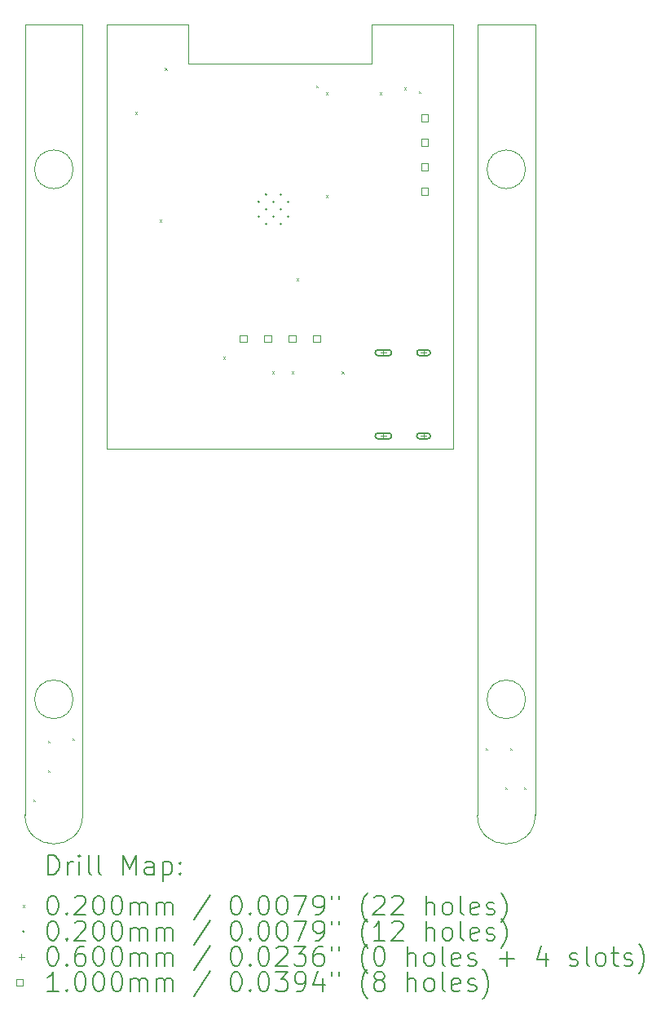
<source format=gbr>
%TF.GenerationSoftware,KiCad,Pcbnew,7.0.1-3b83917a11~172~ubuntu22.04.1*%
%TF.CreationDate,2023-04-17T14:07:02+02:00*%
%TF.ProjectId,AcousticDetection_HW,41636f75-7374-4696-9344-657465637469,rev?*%
%TF.SameCoordinates,Original*%
%TF.FileFunction,Drillmap*%
%TF.FilePolarity,Positive*%
%FSLAX45Y45*%
G04 Gerber Fmt 4.5, Leading zero omitted, Abs format (unit mm)*
G04 Created by KiCad (PCBNEW 7.0.1-3b83917a11~172~ubuntu22.04.1) date 2023-04-17 14:07:02*
%MOMM*%
%LPD*%
G01*
G04 APERTURE LIST*
%ADD10C,0.100000*%
%ADD11C,0.200000*%
%ADD12C,0.020000*%
%ADD13C,0.060000*%
G04 APERTURE END LIST*
D10*
X17076800Y-9836000D02*
X17076800Y-5436000D01*
X14326800Y-5436000D02*
X14326800Y-5836000D01*
X13476800Y-5436000D02*
X14326800Y-5436000D01*
X17326800Y-13636000D02*
X17326800Y-5436000D01*
X13226800Y-5436000D02*
X13226800Y-13636000D01*
X17326800Y-5436000D02*
X17926800Y-5436000D01*
X13126800Y-6936000D02*
G75*
G03*
X13126800Y-6936000I-200000J0D01*
G01*
X12626800Y-13636000D02*
X12626800Y-5436000D01*
X13126800Y-12436000D02*
G75*
G03*
X13126800Y-12436000I-200000J0D01*
G01*
X17326800Y-13636000D02*
G75*
G03*
X17926800Y-13636000I300000J0D01*
G01*
X16226800Y-5436000D02*
X17076800Y-5436000D01*
X13476800Y-5436000D02*
X13476800Y-9836000D01*
X16226800Y-5836000D02*
X16226800Y-5436000D01*
X17826800Y-6936000D02*
G75*
G03*
X17826800Y-6936000I-200000J0D01*
G01*
X13476800Y-9836000D02*
X17076800Y-9836000D01*
X17826800Y-12436000D02*
G75*
G03*
X17826800Y-12436000I-200000J0D01*
G01*
X12626800Y-5436000D02*
X13226800Y-5436000D01*
X14326800Y-5836000D02*
X16226800Y-5836000D01*
X12626800Y-13636000D02*
G75*
G03*
X13226800Y-13636000I300000J0D01*
G01*
X17926800Y-13636000D02*
X17926800Y-5436000D01*
D11*
D12*
X12712800Y-13474400D02*
X12732800Y-13494400D01*
X12732800Y-13474400D02*
X12712800Y-13494400D01*
X12865200Y-12864800D02*
X12885200Y-12884800D01*
X12885200Y-12864800D02*
X12865200Y-12884800D01*
X12865200Y-13169600D02*
X12885200Y-13189600D01*
X12885200Y-13169600D02*
X12865200Y-13189600D01*
X13119200Y-12839400D02*
X13139200Y-12859400D01*
X13139200Y-12839400D02*
X13119200Y-12859400D01*
X13771600Y-6340400D02*
X13791600Y-6360400D01*
X13791600Y-6340400D02*
X13771600Y-6360400D01*
X14025600Y-7458000D02*
X14045600Y-7478000D01*
X14045600Y-7458000D02*
X14025600Y-7478000D01*
X14079750Y-5883200D02*
X14099750Y-5903200D01*
X14099750Y-5883200D02*
X14079750Y-5903200D01*
X14686000Y-8880400D02*
X14706000Y-8900400D01*
X14706000Y-8880400D02*
X14686000Y-8900400D01*
X15194000Y-9032800D02*
X15214000Y-9052800D01*
X15214000Y-9032800D02*
X15194000Y-9052800D01*
X15397200Y-9032800D02*
X15417200Y-9052800D01*
X15417200Y-9032800D02*
X15397200Y-9052800D01*
X15448000Y-8067600D02*
X15468000Y-8087600D01*
X15468000Y-8067600D02*
X15448000Y-8087600D01*
X15651200Y-6064750D02*
X15671200Y-6084750D01*
X15671200Y-6064750D02*
X15651200Y-6084750D01*
X15752800Y-6137200D02*
X15772800Y-6157200D01*
X15772800Y-6137200D02*
X15752800Y-6157200D01*
X15752800Y-7204000D02*
X15772800Y-7224000D01*
X15772800Y-7204000D02*
X15752800Y-7224000D01*
X15918957Y-9032850D02*
X15938957Y-9052850D01*
X15938957Y-9032850D02*
X15918957Y-9052850D01*
X16311600Y-6137200D02*
X16331600Y-6157200D01*
X16331600Y-6137200D02*
X16311600Y-6157200D01*
X16565600Y-6086400D02*
X16585600Y-6106400D01*
X16585600Y-6086400D02*
X16565600Y-6106400D01*
X16718000Y-6125550D02*
X16738000Y-6145550D01*
X16738000Y-6125550D02*
X16718000Y-6145550D01*
X17414400Y-12944000D02*
X17434400Y-12964000D01*
X17434400Y-12944000D02*
X17414400Y-12964000D01*
X17617600Y-13350400D02*
X17637600Y-13370400D01*
X17637600Y-13350400D02*
X17617600Y-13370400D01*
X17668400Y-12944000D02*
X17688400Y-12964000D01*
X17688400Y-12944000D02*
X17668400Y-12964000D01*
X17809150Y-13350400D02*
X17829150Y-13370400D01*
X17829150Y-13350400D02*
X17809150Y-13370400D01*
X15065650Y-7272350D02*
G75*
G03*
X15065650Y-7272350I-10000J0D01*
G01*
X15065650Y-7424850D02*
G75*
G03*
X15065650Y-7424850I-10000J0D01*
G01*
X15141900Y-7196100D02*
G75*
G03*
X15141900Y-7196100I-10000J0D01*
G01*
X15141900Y-7348600D02*
G75*
G03*
X15141900Y-7348600I-10000J0D01*
G01*
X15141900Y-7501100D02*
G75*
G03*
X15141900Y-7501100I-10000J0D01*
G01*
X15218150Y-7272350D02*
G75*
G03*
X15218150Y-7272350I-10000J0D01*
G01*
X15218150Y-7424850D02*
G75*
G03*
X15218150Y-7424850I-10000J0D01*
G01*
X15294400Y-7196100D02*
G75*
G03*
X15294400Y-7196100I-10000J0D01*
G01*
X15294400Y-7348600D02*
G75*
G03*
X15294400Y-7348600I-10000J0D01*
G01*
X15294400Y-7501100D02*
G75*
G03*
X15294400Y-7501100I-10000J0D01*
G01*
X15370650Y-7272350D02*
G75*
G03*
X15370650Y-7272350I-10000J0D01*
G01*
X15370650Y-7424850D02*
G75*
G03*
X15370650Y-7424850I-10000J0D01*
G01*
D13*
X16350150Y-8809200D02*
X16350150Y-8869200D01*
X16320150Y-8839200D02*
X16380150Y-8839200D01*
D11*
X16295150Y-8869200D02*
X16405150Y-8869200D01*
X16405150Y-8869200D02*
G75*
G03*
X16405150Y-8809200I0J30000D01*
G01*
X16405150Y-8809200D02*
X16295150Y-8809200D01*
X16295150Y-8809200D02*
G75*
G03*
X16295150Y-8869200I0J-30000D01*
G01*
D13*
X16350150Y-9673200D02*
X16350150Y-9733200D01*
X16320150Y-9703200D02*
X16380150Y-9703200D01*
D11*
X16295150Y-9733200D02*
X16405150Y-9733200D01*
X16405150Y-9733200D02*
G75*
G03*
X16405150Y-9673200I0J30000D01*
G01*
X16405150Y-9673200D02*
X16295150Y-9673200D01*
X16295150Y-9673200D02*
G75*
G03*
X16295150Y-9733200I0J-30000D01*
G01*
D13*
X16768150Y-8809200D02*
X16768150Y-8869200D01*
X16738150Y-8839200D02*
X16798150Y-8839200D01*
D11*
X16728150Y-8869200D02*
X16808150Y-8869200D01*
X16808150Y-8869200D02*
G75*
G03*
X16808150Y-8809200I0J30000D01*
G01*
X16808150Y-8809200D02*
X16728150Y-8809200D01*
X16728150Y-8809200D02*
G75*
G03*
X16728150Y-8869200I0J-30000D01*
G01*
D13*
X16768150Y-9673200D02*
X16768150Y-9733200D01*
X16738150Y-9703200D02*
X16798150Y-9703200D01*
D11*
X16728150Y-9733200D02*
X16808150Y-9733200D01*
X16808150Y-9733200D02*
G75*
G03*
X16808150Y-9673200I0J30000D01*
G01*
X16808150Y-9673200D02*
X16728150Y-9673200D01*
X16728150Y-9673200D02*
G75*
G03*
X16728150Y-9733200I0J-30000D01*
G01*
D10*
X14931506Y-8728156D02*
X14931506Y-8657444D01*
X14860794Y-8657444D01*
X14860794Y-8728156D01*
X14931506Y-8728156D01*
X15185506Y-8728156D02*
X15185506Y-8657444D01*
X15114794Y-8657444D01*
X15114794Y-8728156D01*
X15185506Y-8728156D01*
X15439506Y-8728156D02*
X15439506Y-8657444D01*
X15368794Y-8657444D01*
X15368794Y-8728156D01*
X15439506Y-8728156D01*
X15693506Y-8728156D02*
X15693506Y-8657444D01*
X15622794Y-8657444D01*
X15622794Y-8728156D01*
X15693506Y-8728156D01*
X16814156Y-6436556D02*
X16814156Y-6365844D01*
X16743444Y-6365844D01*
X16743444Y-6436556D01*
X16814156Y-6436556D01*
X16814156Y-6690556D02*
X16814156Y-6619844D01*
X16743444Y-6619844D01*
X16743444Y-6690556D01*
X16814156Y-6690556D01*
X16814156Y-6944556D02*
X16814156Y-6873844D01*
X16743444Y-6873844D01*
X16743444Y-6944556D01*
X16814156Y-6944556D01*
X16814156Y-7198556D02*
X16814156Y-7127844D01*
X16743444Y-7127844D01*
X16743444Y-7198556D01*
X16814156Y-7198556D01*
D11*
X12869419Y-14253524D02*
X12869419Y-14053524D01*
X12869419Y-14053524D02*
X12917038Y-14053524D01*
X12917038Y-14053524D02*
X12945609Y-14063048D01*
X12945609Y-14063048D02*
X12964657Y-14082095D01*
X12964657Y-14082095D02*
X12974181Y-14101143D01*
X12974181Y-14101143D02*
X12983705Y-14139238D01*
X12983705Y-14139238D02*
X12983705Y-14167809D01*
X12983705Y-14167809D02*
X12974181Y-14205905D01*
X12974181Y-14205905D02*
X12964657Y-14224952D01*
X12964657Y-14224952D02*
X12945609Y-14244000D01*
X12945609Y-14244000D02*
X12917038Y-14253524D01*
X12917038Y-14253524D02*
X12869419Y-14253524D01*
X13069419Y-14253524D02*
X13069419Y-14120190D01*
X13069419Y-14158286D02*
X13078943Y-14139238D01*
X13078943Y-14139238D02*
X13088467Y-14129714D01*
X13088467Y-14129714D02*
X13107514Y-14120190D01*
X13107514Y-14120190D02*
X13126562Y-14120190D01*
X13193228Y-14253524D02*
X13193228Y-14120190D01*
X13193228Y-14053524D02*
X13183705Y-14063048D01*
X13183705Y-14063048D02*
X13193228Y-14072571D01*
X13193228Y-14072571D02*
X13202752Y-14063048D01*
X13202752Y-14063048D02*
X13193228Y-14053524D01*
X13193228Y-14053524D02*
X13193228Y-14072571D01*
X13317038Y-14253524D02*
X13297990Y-14244000D01*
X13297990Y-14244000D02*
X13288467Y-14224952D01*
X13288467Y-14224952D02*
X13288467Y-14053524D01*
X13421800Y-14253524D02*
X13402752Y-14244000D01*
X13402752Y-14244000D02*
X13393228Y-14224952D01*
X13393228Y-14224952D02*
X13393228Y-14053524D01*
X13650371Y-14253524D02*
X13650371Y-14053524D01*
X13650371Y-14053524D02*
X13717038Y-14196381D01*
X13717038Y-14196381D02*
X13783705Y-14053524D01*
X13783705Y-14053524D02*
X13783705Y-14253524D01*
X13964657Y-14253524D02*
X13964657Y-14148762D01*
X13964657Y-14148762D02*
X13955133Y-14129714D01*
X13955133Y-14129714D02*
X13936086Y-14120190D01*
X13936086Y-14120190D02*
X13897990Y-14120190D01*
X13897990Y-14120190D02*
X13878943Y-14129714D01*
X13964657Y-14244000D02*
X13945609Y-14253524D01*
X13945609Y-14253524D02*
X13897990Y-14253524D01*
X13897990Y-14253524D02*
X13878943Y-14244000D01*
X13878943Y-14244000D02*
X13869419Y-14224952D01*
X13869419Y-14224952D02*
X13869419Y-14205905D01*
X13869419Y-14205905D02*
X13878943Y-14186857D01*
X13878943Y-14186857D02*
X13897990Y-14177333D01*
X13897990Y-14177333D02*
X13945609Y-14177333D01*
X13945609Y-14177333D02*
X13964657Y-14167809D01*
X14059895Y-14120190D02*
X14059895Y-14320190D01*
X14059895Y-14129714D02*
X14078943Y-14120190D01*
X14078943Y-14120190D02*
X14117038Y-14120190D01*
X14117038Y-14120190D02*
X14136086Y-14129714D01*
X14136086Y-14129714D02*
X14145609Y-14139238D01*
X14145609Y-14139238D02*
X14155133Y-14158286D01*
X14155133Y-14158286D02*
X14155133Y-14215428D01*
X14155133Y-14215428D02*
X14145609Y-14234476D01*
X14145609Y-14234476D02*
X14136086Y-14244000D01*
X14136086Y-14244000D02*
X14117038Y-14253524D01*
X14117038Y-14253524D02*
X14078943Y-14253524D01*
X14078943Y-14253524D02*
X14059895Y-14244000D01*
X14240848Y-14234476D02*
X14250371Y-14244000D01*
X14250371Y-14244000D02*
X14240848Y-14253524D01*
X14240848Y-14253524D02*
X14231324Y-14244000D01*
X14231324Y-14244000D02*
X14240848Y-14234476D01*
X14240848Y-14234476D02*
X14240848Y-14253524D01*
X14240848Y-14129714D02*
X14250371Y-14139238D01*
X14250371Y-14139238D02*
X14240848Y-14148762D01*
X14240848Y-14148762D02*
X14231324Y-14139238D01*
X14231324Y-14139238D02*
X14240848Y-14129714D01*
X14240848Y-14129714D02*
X14240848Y-14148762D01*
D12*
X12601800Y-14571000D02*
X12621800Y-14591000D01*
X12621800Y-14571000D02*
X12601800Y-14591000D01*
D11*
X12907514Y-14473524D02*
X12926562Y-14473524D01*
X12926562Y-14473524D02*
X12945609Y-14483048D01*
X12945609Y-14483048D02*
X12955133Y-14492571D01*
X12955133Y-14492571D02*
X12964657Y-14511619D01*
X12964657Y-14511619D02*
X12974181Y-14549714D01*
X12974181Y-14549714D02*
X12974181Y-14597333D01*
X12974181Y-14597333D02*
X12964657Y-14635428D01*
X12964657Y-14635428D02*
X12955133Y-14654476D01*
X12955133Y-14654476D02*
X12945609Y-14664000D01*
X12945609Y-14664000D02*
X12926562Y-14673524D01*
X12926562Y-14673524D02*
X12907514Y-14673524D01*
X12907514Y-14673524D02*
X12888467Y-14664000D01*
X12888467Y-14664000D02*
X12878943Y-14654476D01*
X12878943Y-14654476D02*
X12869419Y-14635428D01*
X12869419Y-14635428D02*
X12859895Y-14597333D01*
X12859895Y-14597333D02*
X12859895Y-14549714D01*
X12859895Y-14549714D02*
X12869419Y-14511619D01*
X12869419Y-14511619D02*
X12878943Y-14492571D01*
X12878943Y-14492571D02*
X12888467Y-14483048D01*
X12888467Y-14483048D02*
X12907514Y-14473524D01*
X13059895Y-14654476D02*
X13069419Y-14664000D01*
X13069419Y-14664000D02*
X13059895Y-14673524D01*
X13059895Y-14673524D02*
X13050371Y-14664000D01*
X13050371Y-14664000D02*
X13059895Y-14654476D01*
X13059895Y-14654476D02*
X13059895Y-14673524D01*
X13145609Y-14492571D02*
X13155133Y-14483048D01*
X13155133Y-14483048D02*
X13174181Y-14473524D01*
X13174181Y-14473524D02*
X13221800Y-14473524D01*
X13221800Y-14473524D02*
X13240848Y-14483048D01*
X13240848Y-14483048D02*
X13250371Y-14492571D01*
X13250371Y-14492571D02*
X13259895Y-14511619D01*
X13259895Y-14511619D02*
X13259895Y-14530667D01*
X13259895Y-14530667D02*
X13250371Y-14559238D01*
X13250371Y-14559238D02*
X13136086Y-14673524D01*
X13136086Y-14673524D02*
X13259895Y-14673524D01*
X13383705Y-14473524D02*
X13402752Y-14473524D01*
X13402752Y-14473524D02*
X13421800Y-14483048D01*
X13421800Y-14483048D02*
X13431324Y-14492571D01*
X13431324Y-14492571D02*
X13440848Y-14511619D01*
X13440848Y-14511619D02*
X13450371Y-14549714D01*
X13450371Y-14549714D02*
X13450371Y-14597333D01*
X13450371Y-14597333D02*
X13440848Y-14635428D01*
X13440848Y-14635428D02*
X13431324Y-14654476D01*
X13431324Y-14654476D02*
X13421800Y-14664000D01*
X13421800Y-14664000D02*
X13402752Y-14673524D01*
X13402752Y-14673524D02*
X13383705Y-14673524D01*
X13383705Y-14673524D02*
X13364657Y-14664000D01*
X13364657Y-14664000D02*
X13355133Y-14654476D01*
X13355133Y-14654476D02*
X13345609Y-14635428D01*
X13345609Y-14635428D02*
X13336086Y-14597333D01*
X13336086Y-14597333D02*
X13336086Y-14549714D01*
X13336086Y-14549714D02*
X13345609Y-14511619D01*
X13345609Y-14511619D02*
X13355133Y-14492571D01*
X13355133Y-14492571D02*
X13364657Y-14483048D01*
X13364657Y-14483048D02*
X13383705Y-14473524D01*
X13574181Y-14473524D02*
X13593229Y-14473524D01*
X13593229Y-14473524D02*
X13612276Y-14483048D01*
X13612276Y-14483048D02*
X13621800Y-14492571D01*
X13621800Y-14492571D02*
X13631324Y-14511619D01*
X13631324Y-14511619D02*
X13640848Y-14549714D01*
X13640848Y-14549714D02*
X13640848Y-14597333D01*
X13640848Y-14597333D02*
X13631324Y-14635428D01*
X13631324Y-14635428D02*
X13621800Y-14654476D01*
X13621800Y-14654476D02*
X13612276Y-14664000D01*
X13612276Y-14664000D02*
X13593229Y-14673524D01*
X13593229Y-14673524D02*
X13574181Y-14673524D01*
X13574181Y-14673524D02*
X13555133Y-14664000D01*
X13555133Y-14664000D02*
X13545609Y-14654476D01*
X13545609Y-14654476D02*
X13536086Y-14635428D01*
X13536086Y-14635428D02*
X13526562Y-14597333D01*
X13526562Y-14597333D02*
X13526562Y-14549714D01*
X13526562Y-14549714D02*
X13536086Y-14511619D01*
X13536086Y-14511619D02*
X13545609Y-14492571D01*
X13545609Y-14492571D02*
X13555133Y-14483048D01*
X13555133Y-14483048D02*
X13574181Y-14473524D01*
X13726562Y-14673524D02*
X13726562Y-14540190D01*
X13726562Y-14559238D02*
X13736086Y-14549714D01*
X13736086Y-14549714D02*
X13755133Y-14540190D01*
X13755133Y-14540190D02*
X13783705Y-14540190D01*
X13783705Y-14540190D02*
X13802752Y-14549714D01*
X13802752Y-14549714D02*
X13812276Y-14568762D01*
X13812276Y-14568762D02*
X13812276Y-14673524D01*
X13812276Y-14568762D02*
X13821800Y-14549714D01*
X13821800Y-14549714D02*
X13840848Y-14540190D01*
X13840848Y-14540190D02*
X13869419Y-14540190D01*
X13869419Y-14540190D02*
X13888467Y-14549714D01*
X13888467Y-14549714D02*
X13897990Y-14568762D01*
X13897990Y-14568762D02*
X13897990Y-14673524D01*
X13993229Y-14673524D02*
X13993229Y-14540190D01*
X13993229Y-14559238D02*
X14002752Y-14549714D01*
X14002752Y-14549714D02*
X14021800Y-14540190D01*
X14021800Y-14540190D02*
X14050371Y-14540190D01*
X14050371Y-14540190D02*
X14069419Y-14549714D01*
X14069419Y-14549714D02*
X14078943Y-14568762D01*
X14078943Y-14568762D02*
X14078943Y-14673524D01*
X14078943Y-14568762D02*
X14088467Y-14549714D01*
X14088467Y-14549714D02*
X14107514Y-14540190D01*
X14107514Y-14540190D02*
X14136086Y-14540190D01*
X14136086Y-14540190D02*
X14155133Y-14549714D01*
X14155133Y-14549714D02*
X14164657Y-14568762D01*
X14164657Y-14568762D02*
X14164657Y-14673524D01*
X14555133Y-14464000D02*
X14383705Y-14721143D01*
X14812276Y-14473524D02*
X14831324Y-14473524D01*
X14831324Y-14473524D02*
X14850372Y-14483048D01*
X14850372Y-14483048D02*
X14859895Y-14492571D01*
X14859895Y-14492571D02*
X14869419Y-14511619D01*
X14869419Y-14511619D02*
X14878943Y-14549714D01*
X14878943Y-14549714D02*
X14878943Y-14597333D01*
X14878943Y-14597333D02*
X14869419Y-14635428D01*
X14869419Y-14635428D02*
X14859895Y-14654476D01*
X14859895Y-14654476D02*
X14850372Y-14664000D01*
X14850372Y-14664000D02*
X14831324Y-14673524D01*
X14831324Y-14673524D02*
X14812276Y-14673524D01*
X14812276Y-14673524D02*
X14793229Y-14664000D01*
X14793229Y-14664000D02*
X14783705Y-14654476D01*
X14783705Y-14654476D02*
X14774181Y-14635428D01*
X14774181Y-14635428D02*
X14764657Y-14597333D01*
X14764657Y-14597333D02*
X14764657Y-14549714D01*
X14764657Y-14549714D02*
X14774181Y-14511619D01*
X14774181Y-14511619D02*
X14783705Y-14492571D01*
X14783705Y-14492571D02*
X14793229Y-14483048D01*
X14793229Y-14483048D02*
X14812276Y-14473524D01*
X14964657Y-14654476D02*
X14974181Y-14664000D01*
X14974181Y-14664000D02*
X14964657Y-14673524D01*
X14964657Y-14673524D02*
X14955133Y-14664000D01*
X14955133Y-14664000D02*
X14964657Y-14654476D01*
X14964657Y-14654476D02*
X14964657Y-14673524D01*
X15097991Y-14473524D02*
X15117038Y-14473524D01*
X15117038Y-14473524D02*
X15136086Y-14483048D01*
X15136086Y-14483048D02*
X15145610Y-14492571D01*
X15145610Y-14492571D02*
X15155133Y-14511619D01*
X15155133Y-14511619D02*
X15164657Y-14549714D01*
X15164657Y-14549714D02*
X15164657Y-14597333D01*
X15164657Y-14597333D02*
X15155133Y-14635428D01*
X15155133Y-14635428D02*
X15145610Y-14654476D01*
X15145610Y-14654476D02*
X15136086Y-14664000D01*
X15136086Y-14664000D02*
X15117038Y-14673524D01*
X15117038Y-14673524D02*
X15097991Y-14673524D01*
X15097991Y-14673524D02*
X15078943Y-14664000D01*
X15078943Y-14664000D02*
X15069419Y-14654476D01*
X15069419Y-14654476D02*
X15059895Y-14635428D01*
X15059895Y-14635428D02*
X15050372Y-14597333D01*
X15050372Y-14597333D02*
X15050372Y-14549714D01*
X15050372Y-14549714D02*
X15059895Y-14511619D01*
X15059895Y-14511619D02*
X15069419Y-14492571D01*
X15069419Y-14492571D02*
X15078943Y-14483048D01*
X15078943Y-14483048D02*
X15097991Y-14473524D01*
X15288467Y-14473524D02*
X15307514Y-14473524D01*
X15307514Y-14473524D02*
X15326562Y-14483048D01*
X15326562Y-14483048D02*
X15336086Y-14492571D01*
X15336086Y-14492571D02*
X15345610Y-14511619D01*
X15345610Y-14511619D02*
X15355133Y-14549714D01*
X15355133Y-14549714D02*
X15355133Y-14597333D01*
X15355133Y-14597333D02*
X15345610Y-14635428D01*
X15345610Y-14635428D02*
X15336086Y-14654476D01*
X15336086Y-14654476D02*
X15326562Y-14664000D01*
X15326562Y-14664000D02*
X15307514Y-14673524D01*
X15307514Y-14673524D02*
X15288467Y-14673524D01*
X15288467Y-14673524D02*
X15269419Y-14664000D01*
X15269419Y-14664000D02*
X15259895Y-14654476D01*
X15259895Y-14654476D02*
X15250372Y-14635428D01*
X15250372Y-14635428D02*
X15240848Y-14597333D01*
X15240848Y-14597333D02*
X15240848Y-14549714D01*
X15240848Y-14549714D02*
X15250372Y-14511619D01*
X15250372Y-14511619D02*
X15259895Y-14492571D01*
X15259895Y-14492571D02*
X15269419Y-14483048D01*
X15269419Y-14483048D02*
X15288467Y-14473524D01*
X15421800Y-14473524D02*
X15555133Y-14473524D01*
X15555133Y-14473524D02*
X15469419Y-14673524D01*
X15640848Y-14673524D02*
X15678943Y-14673524D01*
X15678943Y-14673524D02*
X15697991Y-14664000D01*
X15697991Y-14664000D02*
X15707514Y-14654476D01*
X15707514Y-14654476D02*
X15726562Y-14625905D01*
X15726562Y-14625905D02*
X15736086Y-14587809D01*
X15736086Y-14587809D02*
X15736086Y-14511619D01*
X15736086Y-14511619D02*
X15726562Y-14492571D01*
X15726562Y-14492571D02*
X15717038Y-14483048D01*
X15717038Y-14483048D02*
X15697991Y-14473524D01*
X15697991Y-14473524D02*
X15659895Y-14473524D01*
X15659895Y-14473524D02*
X15640848Y-14483048D01*
X15640848Y-14483048D02*
X15631324Y-14492571D01*
X15631324Y-14492571D02*
X15621800Y-14511619D01*
X15621800Y-14511619D02*
X15621800Y-14559238D01*
X15621800Y-14559238D02*
X15631324Y-14578286D01*
X15631324Y-14578286D02*
X15640848Y-14587809D01*
X15640848Y-14587809D02*
X15659895Y-14597333D01*
X15659895Y-14597333D02*
X15697991Y-14597333D01*
X15697991Y-14597333D02*
X15717038Y-14587809D01*
X15717038Y-14587809D02*
X15726562Y-14578286D01*
X15726562Y-14578286D02*
X15736086Y-14559238D01*
X15812276Y-14473524D02*
X15812276Y-14511619D01*
X15888467Y-14473524D02*
X15888467Y-14511619D01*
X16183705Y-14749714D02*
X16174181Y-14740190D01*
X16174181Y-14740190D02*
X16155134Y-14711619D01*
X16155134Y-14711619D02*
X16145610Y-14692571D01*
X16145610Y-14692571D02*
X16136086Y-14664000D01*
X16136086Y-14664000D02*
X16126562Y-14616381D01*
X16126562Y-14616381D02*
X16126562Y-14578286D01*
X16126562Y-14578286D02*
X16136086Y-14530667D01*
X16136086Y-14530667D02*
X16145610Y-14502095D01*
X16145610Y-14502095D02*
X16155134Y-14483048D01*
X16155134Y-14483048D02*
X16174181Y-14454476D01*
X16174181Y-14454476D02*
X16183705Y-14444952D01*
X16250372Y-14492571D02*
X16259895Y-14483048D01*
X16259895Y-14483048D02*
X16278943Y-14473524D01*
X16278943Y-14473524D02*
X16326562Y-14473524D01*
X16326562Y-14473524D02*
X16345610Y-14483048D01*
X16345610Y-14483048D02*
X16355134Y-14492571D01*
X16355134Y-14492571D02*
X16364657Y-14511619D01*
X16364657Y-14511619D02*
X16364657Y-14530667D01*
X16364657Y-14530667D02*
X16355134Y-14559238D01*
X16355134Y-14559238D02*
X16240848Y-14673524D01*
X16240848Y-14673524D02*
X16364657Y-14673524D01*
X16440848Y-14492571D02*
X16450372Y-14483048D01*
X16450372Y-14483048D02*
X16469419Y-14473524D01*
X16469419Y-14473524D02*
X16517038Y-14473524D01*
X16517038Y-14473524D02*
X16536086Y-14483048D01*
X16536086Y-14483048D02*
X16545610Y-14492571D01*
X16545610Y-14492571D02*
X16555134Y-14511619D01*
X16555134Y-14511619D02*
X16555134Y-14530667D01*
X16555134Y-14530667D02*
X16545610Y-14559238D01*
X16545610Y-14559238D02*
X16431324Y-14673524D01*
X16431324Y-14673524D02*
X16555134Y-14673524D01*
X16793229Y-14673524D02*
X16793229Y-14473524D01*
X16878943Y-14673524D02*
X16878943Y-14568762D01*
X16878943Y-14568762D02*
X16869419Y-14549714D01*
X16869419Y-14549714D02*
X16850372Y-14540190D01*
X16850372Y-14540190D02*
X16821800Y-14540190D01*
X16821800Y-14540190D02*
X16802753Y-14549714D01*
X16802753Y-14549714D02*
X16793229Y-14559238D01*
X17002753Y-14673524D02*
X16983705Y-14664000D01*
X16983705Y-14664000D02*
X16974181Y-14654476D01*
X16974181Y-14654476D02*
X16964658Y-14635428D01*
X16964658Y-14635428D02*
X16964658Y-14578286D01*
X16964658Y-14578286D02*
X16974181Y-14559238D01*
X16974181Y-14559238D02*
X16983705Y-14549714D01*
X16983705Y-14549714D02*
X17002753Y-14540190D01*
X17002753Y-14540190D02*
X17031324Y-14540190D01*
X17031324Y-14540190D02*
X17050372Y-14549714D01*
X17050372Y-14549714D02*
X17059896Y-14559238D01*
X17059896Y-14559238D02*
X17069419Y-14578286D01*
X17069419Y-14578286D02*
X17069419Y-14635428D01*
X17069419Y-14635428D02*
X17059896Y-14654476D01*
X17059896Y-14654476D02*
X17050372Y-14664000D01*
X17050372Y-14664000D02*
X17031324Y-14673524D01*
X17031324Y-14673524D02*
X17002753Y-14673524D01*
X17183705Y-14673524D02*
X17164658Y-14664000D01*
X17164658Y-14664000D02*
X17155134Y-14644952D01*
X17155134Y-14644952D02*
X17155134Y-14473524D01*
X17336086Y-14664000D02*
X17317039Y-14673524D01*
X17317039Y-14673524D02*
X17278943Y-14673524D01*
X17278943Y-14673524D02*
X17259896Y-14664000D01*
X17259896Y-14664000D02*
X17250372Y-14644952D01*
X17250372Y-14644952D02*
X17250372Y-14568762D01*
X17250372Y-14568762D02*
X17259896Y-14549714D01*
X17259896Y-14549714D02*
X17278943Y-14540190D01*
X17278943Y-14540190D02*
X17317039Y-14540190D01*
X17317039Y-14540190D02*
X17336086Y-14549714D01*
X17336086Y-14549714D02*
X17345610Y-14568762D01*
X17345610Y-14568762D02*
X17345610Y-14587809D01*
X17345610Y-14587809D02*
X17250372Y-14606857D01*
X17421800Y-14664000D02*
X17440848Y-14673524D01*
X17440848Y-14673524D02*
X17478943Y-14673524D01*
X17478943Y-14673524D02*
X17497991Y-14664000D01*
X17497991Y-14664000D02*
X17507515Y-14644952D01*
X17507515Y-14644952D02*
X17507515Y-14635428D01*
X17507515Y-14635428D02*
X17497991Y-14616381D01*
X17497991Y-14616381D02*
X17478943Y-14606857D01*
X17478943Y-14606857D02*
X17450372Y-14606857D01*
X17450372Y-14606857D02*
X17431324Y-14597333D01*
X17431324Y-14597333D02*
X17421800Y-14578286D01*
X17421800Y-14578286D02*
X17421800Y-14568762D01*
X17421800Y-14568762D02*
X17431324Y-14549714D01*
X17431324Y-14549714D02*
X17450372Y-14540190D01*
X17450372Y-14540190D02*
X17478943Y-14540190D01*
X17478943Y-14540190D02*
X17497991Y-14549714D01*
X17574181Y-14749714D02*
X17583705Y-14740190D01*
X17583705Y-14740190D02*
X17602753Y-14711619D01*
X17602753Y-14711619D02*
X17612277Y-14692571D01*
X17612277Y-14692571D02*
X17621800Y-14664000D01*
X17621800Y-14664000D02*
X17631324Y-14616381D01*
X17631324Y-14616381D02*
X17631324Y-14578286D01*
X17631324Y-14578286D02*
X17621800Y-14530667D01*
X17621800Y-14530667D02*
X17612277Y-14502095D01*
X17612277Y-14502095D02*
X17602753Y-14483048D01*
X17602753Y-14483048D02*
X17583705Y-14454476D01*
X17583705Y-14454476D02*
X17574181Y-14444952D01*
D12*
X12621800Y-14845000D02*
G75*
G03*
X12621800Y-14845000I-10000J0D01*
G01*
D11*
X12907514Y-14737524D02*
X12926562Y-14737524D01*
X12926562Y-14737524D02*
X12945609Y-14747048D01*
X12945609Y-14747048D02*
X12955133Y-14756571D01*
X12955133Y-14756571D02*
X12964657Y-14775619D01*
X12964657Y-14775619D02*
X12974181Y-14813714D01*
X12974181Y-14813714D02*
X12974181Y-14861333D01*
X12974181Y-14861333D02*
X12964657Y-14899428D01*
X12964657Y-14899428D02*
X12955133Y-14918476D01*
X12955133Y-14918476D02*
X12945609Y-14928000D01*
X12945609Y-14928000D02*
X12926562Y-14937524D01*
X12926562Y-14937524D02*
X12907514Y-14937524D01*
X12907514Y-14937524D02*
X12888467Y-14928000D01*
X12888467Y-14928000D02*
X12878943Y-14918476D01*
X12878943Y-14918476D02*
X12869419Y-14899428D01*
X12869419Y-14899428D02*
X12859895Y-14861333D01*
X12859895Y-14861333D02*
X12859895Y-14813714D01*
X12859895Y-14813714D02*
X12869419Y-14775619D01*
X12869419Y-14775619D02*
X12878943Y-14756571D01*
X12878943Y-14756571D02*
X12888467Y-14747048D01*
X12888467Y-14747048D02*
X12907514Y-14737524D01*
X13059895Y-14918476D02*
X13069419Y-14928000D01*
X13069419Y-14928000D02*
X13059895Y-14937524D01*
X13059895Y-14937524D02*
X13050371Y-14928000D01*
X13050371Y-14928000D02*
X13059895Y-14918476D01*
X13059895Y-14918476D02*
X13059895Y-14937524D01*
X13145609Y-14756571D02*
X13155133Y-14747048D01*
X13155133Y-14747048D02*
X13174181Y-14737524D01*
X13174181Y-14737524D02*
X13221800Y-14737524D01*
X13221800Y-14737524D02*
X13240848Y-14747048D01*
X13240848Y-14747048D02*
X13250371Y-14756571D01*
X13250371Y-14756571D02*
X13259895Y-14775619D01*
X13259895Y-14775619D02*
X13259895Y-14794667D01*
X13259895Y-14794667D02*
X13250371Y-14823238D01*
X13250371Y-14823238D02*
X13136086Y-14937524D01*
X13136086Y-14937524D02*
X13259895Y-14937524D01*
X13383705Y-14737524D02*
X13402752Y-14737524D01*
X13402752Y-14737524D02*
X13421800Y-14747048D01*
X13421800Y-14747048D02*
X13431324Y-14756571D01*
X13431324Y-14756571D02*
X13440848Y-14775619D01*
X13440848Y-14775619D02*
X13450371Y-14813714D01*
X13450371Y-14813714D02*
X13450371Y-14861333D01*
X13450371Y-14861333D02*
X13440848Y-14899428D01*
X13440848Y-14899428D02*
X13431324Y-14918476D01*
X13431324Y-14918476D02*
X13421800Y-14928000D01*
X13421800Y-14928000D02*
X13402752Y-14937524D01*
X13402752Y-14937524D02*
X13383705Y-14937524D01*
X13383705Y-14937524D02*
X13364657Y-14928000D01*
X13364657Y-14928000D02*
X13355133Y-14918476D01*
X13355133Y-14918476D02*
X13345609Y-14899428D01*
X13345609Y-14899428D02*
X13336086Y-14861333D01*
X13336086Y-14861333D02*
X13336086Y-14813714D01*
X13336086Y-14813714D02*
X13345609Y-14775619D01*
X13345609Y-14775619D02*
X13355133Y-14756571D01*
X13355133Y-14756571D02*
X13364657Y-14747048D01*
X13364657Y-14747048D02*
X13383705Y-14737524D01*
X13574181Y-14737524D02*
X13593229Y-14737524D01*
X13593229Y-14737524D02*
X13612276Y-14747048D01*
X13612276Y-14747048D02*
X13621800Y-14756571D01*
X13621800Y-14756571D02*
X13631324Y-14775619D01*
X13631324Y-14775619D02*
X13640848Y-14813714D01*
X13640848Y-14813714D02*
X13640848Y-14861333D01*
X13640848Y-14861333D02*
X13631324Y-14899428D01*
X13631324Y-14899428D02*
X13621800Y-14918476D01*
X13621800Y-14918476D02*
X13612276Y-14928000D01*
X13612276Y-14928000D02*
X13593229Y-14937524D01*
X13593229Y-14937524D02*
X13574181Y-14937524D01*
X13574181Y-14937524D02*
X13555133Y-14928000D01*
X13555133Y-14928000D02*
X13545609Y-14918476D01*
X13545609Y-14918476D02*
X13536086Y-14899428D01*
X13536086Y-14899428D02*
X13526562Y-14861333D01*
X13526562Y-14861333D02*
X13526562Y-14813714D01*
X13526562Y-14813714D02*
X13536086Y-14775619D01*
X13536086Y-14775619D02*
X13545609Y-14756571D01*
X13545609Y-14756571D02*
X13555133Y-14747048D01*
X13555133Y-14747048D02*
X13574181Y-14737524D01*
X13726562Y-14937524D02*
X13726562Y-14804190D01*
X13726562Y-14823238D02*
X13736086Y-14813714D01*
X13736086Y-14813714D02*
X13755133Y-14804190D01*
X13755133Y-14804190D02*
X13783705Y-14804190D01*
X13783705Y-14804190D02*
X13802752Y-14813714D01*
X13802752Y-14813714D02*
X13812276Y-14832762D01*
X13812276Y-14832762D02*
X13812276Y-14937524D01*
X13812276Y-14832762D02*
X13821800Y-14813714D01*
X13821800Y-14813714D02*
X13840848Y-14804190D01*
X13840848Y-14804190D02*
X13869419Y-14804190D01*
X13869419Y-14804190D02*
X13888467Y-14813714D01*
X13888467Y-14813714D02*
X13897990Y-14832762D01*
X13897990Y-14832762D02*
X13897990Y-14937524D01*
X13993229Y-14937524D02*
X13993229Y-14804190D01*
X13993229Y-14823238D02*
X14002752Y-14813714D01*
X14002752Y-14813714D02*
X14021800Y-14804190D01*
X14021800Y-14804190D02*
X14050371Y-14804190D01*
X14050371Y-14804190D02*
X14069419Y-14813714D01*
X14069419Y-14813714D02*
X14078943Y-14832762D01*
X14078943Y-14832762D02*
X14078943Y-14937524D01*
X14078943Y-14832762D02*
X14088467Y-14813714D01*
X14088467Y-14813714D02*
X14107514Y-14804190D01*
X14107514Y-14804190D02*
X14136086Y-14804190D01*
X14136086Y-14804190D02*
X14155133Y-14813714D01*
X14155133Y-14813714D02*
X14164657Y-14832762D01*
X14164657Y-14832762D02*
X14164657Y-14937524D01*
X14555133Y-14728000D02*
X14383705Y-14985143D01*
X14812276Y-14737524D02*
X14831324Y-14737524D01*
X14831324Y-14737524D02*
X14850372Y-14747048D01*
X14850372Y-14747048D02*
X14859895Y-14756571D01*
X14859895Y-14756571D02*
X14869419Y-14775619D01*
X14869419Y-14775619D02*
X14878943Y-14813714D01*
X14878943Y-14813714D02*
X14878943Y-14861333D01*
X14878943Y-14861333D02*
X14869419Y-14899428D01*
X14869419Y-14899428D02*
X14859895Y-14918476D01*
X14859895Y-14918476D02*
X14850372Y-14928000D01*
X14850372Y-14928000D02*
X14831324Y-14937524D01*
X14831324Y-14937524D02*
X14812276Y-14937524D01*
X14812276Y-14937524D02*
X14793229Y-14928000D01*
X14793229Y-14928000D02*
X14783705Y-14918476D01*
X14783705Y-14918476D02*
X14774181Y-14899428D01*
X14774181Y-14899428D02*
X14764657Y-14861333D01*
X14764657Y-14861333D02*
X14764657Y-14813714D01*
X14764657Y-14813714D02*
X14774181Y-14775619D01*
X14774181Y-14775619D02*
X14783705Y-14756571D01*
X14783705Y-14756571D02*
X14793229Y-14747048D01*
X14793229Y-14747048D02*
X14812276Y-14737524D01*
X14964657Y-14918476D02*
X14974181Y-14928000D01*
X14974181Y-14928000D02*
X14964657Y-14937524D01*
X14964657Y-14937524D02*
X14955133Y-14928000D01*
X14955133Y-14928000D02*
X14964657Y-14918476D01*
X14964657Y-14918476D02*
X14964657Y-14937524D01*
X15097991Y-14737524D02*
X15117038Y-14737524D01*
X15117038Y-14737524D02*
X15136086Y-14747048D01*
X15136086Y-14747048D02*
X15145610Y-14756571D01*
X15145610Y-14756571D02*
X15155133Y-14775619D01*
X15155133Y-14775619D02*
X15164657Y-14813714D01*
X15164657Y-14813714D02*
X15164657Y-14861333D01*
X15164657Y-14861333D02*
X15155133Y-14899428D01*
X15155133Y-14899428D02*
X15145610Y-14918476D01*
X15145610Y-14918476D02*
X15136086Y-14928000D01*
X15136086Y-14928000D02*
X15117038Y-14937524D01*
X15117038Y-14937524D02*
X15097991Y-14937524D01*
X15097991Y-14937524D02*
X15078943Y-14928000D01*
X15078943Y-14928000D02*
X15069419Y-14918476D01*
X15069419Y-14918476D02*
X15059895Y-14899428D01*
X15059895Y-14899428D02*
X15050372Y-14861333D01*
X15050372Y-14861333D02*
X15050372Y-14813714D01*
X15050372Y-14813714D02*
X15059895Y-14775619D01*
X15059895Y-14775619D02*
X15069419Y-14756571D01*
X15069419Y-14756571D02*
X15078943Y-14747048D01*
X15078943Y-14747048D02*
X15097991Y-14737524D01*
X15288467Y-14737524D02*
X15307514Y-14737524D01*
X15307514Y-14737524D02*
X15326562Y-14747048D01*
X15326562Y-14747048D02*
X15336086Y-14756571D01*
X15336086Y-14756571D02*
X15345610Y-14775619D01*
X15345610Y-14775619D02*
X15355133Y-14813714D01*
X15355133Y-14813714D02*
X15355133Y-14861333D01*
X15355133Y-14861333D02*
X15345610Y-14899428D01*
X15345610Y-14899428D02*
X15336086Y-14918476D01*
X15336086Y-14918476D02*
X15326562Y-14928000D01*
X15326562Y-14928000D02*
X15307514Y-14937524D01*
X15307514Y-14937524D02*
X15288467Y-14937524D01*
X15288467Y-14937524D02*
X15269419Y-14928000D01*
X15269419Y-14928000D02*
X15259895Y-14918476D01*
X15259895Y-14918476D02*
X15250372Y-14899428D01*
X15250372Y-14899428D02*
X15240848Y-14861333D01*
X15240848Y-14861333D02*
X15240848Y-14813714D01*
X15240848Y-14813714D02*
X15250372Y-14775619D01*
X15250372Y-14775619D02*
X15259895Y-14756571D01*
X15259895Y-14756571D02*
X15269419Y-14747048D01*
X15269419Y-14747048D02*
X15288467Y-14737524D01*
X15421800Y-14737524D02*
X15555133Y-14737524D01*
X15555133Y-14737524D02*
X15469419Y-14937524D01*
X15640848Y-14937524D02*
X15678943Y-14937524D01*
X15678943Y-14937524D02*
X15697991Y-14928000D01*
X15697991Y-14928000D02*
X15707514Y-14918476D01*
X15707514Y-14918476D02*
X15726562Y-14889905D01*
X15726562Y-14889905D02*
X15736086Y-14851809D01*
X15736086Y-14851809D02*
X15736086Y-14775619D01*
X15736086Y-14775619D02*
X15726562Y-14756571D01*
X15726562Y-14756571D02*
X15717038Y-14747048D01*
X15717038Y-14747048D02*
X15697991Y-14737524D01*
X15697991Y-14737524D02*
X15659895Y-14737524D01*
X15659895Y-14737524D02*
X15640848Y-14747048D01*
X15640848Y-14747048D02*
X15631324Y-14756571D01*
X15631324Y-14756571D02*
X15621800Y-14775619D01*
X15621800Y-14775619D02*
X15621800Y-14823238D01*
X15621800Y-14823238D02*
X15631324Y-14842286D01*
X15631324Y-14842286D02*
X15640848Y-14851809D01*
X15640848Y-14851809D02*
X15659895Y-14861333D01*
X15659895Y-14861333D02*
X15697991Y-14861333D01*
X15697991Y-14861333D02*
X15717038Y-14851809D01*
X15717038Y-14851809D02*
X15726562Y-14842286D01*
X15726562Y-14842286D02*
X15736086Y-14823238D01*
X15812276Y-14737524D02*
X15812276Y-14775619D01*
X15888467Y-14737524D02*
X15888467Y-14775619D01*
X16183705Y-15013714D02*
X16174181Y-15004190D01*
X16174181Y-15004190D02*
X16155134Y-14975619D01*
X16155134Y-14975619D02*
X16145610Y-14956571D01*
X16145610Y-14956571D02*
X16136086Y-14928000D01*
X16136086Y-14928000D02*
X16126562Y-14880381D01*
X16126562Y-14880381D02*
X16126562Y-14842286D01*
X16126562Y-14842286D02*
X16136086Y-14794667D01*
X16136086Y-14794667D02*
X16145610Y-14766095D01*
X16145610Y-14766095D02*
X16155134Y-14747048D01*
X16155134Y-14747048D02*
X16174181Y-14718476D01*
X16174181Y-14718476D02*
X16183705Y-14708952D01*
X16364657Y-14937524D02*
X16250372Y-14937524D01*
X16307514Y-14937524D02*
X16307514Y-14737524D01*
X16307514Y-14737524D02*
X16288467Y-14766095D01*
X16288467Y-14766095D02*
X16269419Y-14785143D01*
X16269419Y-14785143D02*
X16250372Y-14794667D01*
X16440848Y-14756571D02*
X16450372Y-14747048D01*
X16450372Y-14747048D02*
X16469419Y-14737524D01*
X16469419Y-14737524D02*
X16517038Y-14737524D01*
X16517038Y-14737524D02*
X16536086Y-14747048D01*
X16536086Y-14747048D02*
X16545610Y-14756571D01*
X16545610Y-14756571D02*
X16555134Y-14775619D01*
X16555134Y-14775619D02*
X16555134Y-14794667D01*
X16555134Y-14794667D02*
X16545610Y-14823238D01*
X16545610Y-14823238D02*
X16431324Y-14937524D01*
X16431324Y-14937524D02*
X16555134Y-14937524D01*
X16793229Y-14937524D02*
X16793229Y-14737524D01*
X16878943Y-14937524D02*
X16878943Y-14832762D01*
X16878943Y-14832762D02*
X16869419Y-14813714D01*
X16869419Y-14813714D02*
X16850372Y-14804190D01*
X16850372Y-14804190D02*
X16821800Y-14804190D01*
X16821800Y-14804190D02*
X16802753Y-14813714D01*
X16802753Y-14813714D02*
X16793229Y-14823238D01*
X17002753Y-14937524D02*
X16983705Y-14928000D01*
X16983705Y-14928000D02*
X16974181Y-14918476D01*
X16974181Y-14918476D02*
X16964658Y-14899428D01*
X16964658Y-14899428D02*
X16964658Y-14842286D01*
X16964658Y-14842286D02*
X16974181Y-14823238D01*
X16974181Y-14823238D02*
X16983705Y-14813714D01*
X16983705Y-14813714D02*
X17002753Y-14804190D01*
X17002753Y-14804190D02*
X17031324Y-14804190D01*
X17031324Y-14804190D02*
X17050372Y-14813714D01*
X17050372Y-14813714D02*
X17059896Y-14823238D01*
X17059896Y-14823238D02*
X17069419Y-14842286D01*
X17069419Y-14842286D02*
X17069419Y-14899428D01*
X17069419Y-14899428D02*
X17059896Y-14918476D01*
X17059896Y-14918476D02*
X17050372Y-14928000D01*
X17050372Y-14928000D02*
X17031324Y-14937524D01*
X17031324Y-14937524D02*
X17002753Y-14937524D01*
X17183705Y-14937524D02*
X17164658Y-14928000D01*
X17164658Y-14928000D02*
X17155134Y-14908952D01*
X17155134Y-14908952D02*
X17155134Y-14737524D01*
X17336086Y-14928000D02*
X17317039Y-14937524D01*
X17317039Y-14937524D02*
X17278943Y-14937524D01*
X17278943Y-14937524D02*
X17259896Y-14928000D01*
X17259896Y-14928000D02*
X17250372Y-14908952D01*
X17250372Y-14908952D02*
X17250372Y-14832762D01*
X17250372Y-14832762D02*
X17259896Y-14813714D01*
X17259896Y-14813714D02*
X17278943Y-14804190D01*
X17278943Y-14804190D02*
X17317039Y-14804190D01*
X17317039Y-14804190D02*
X17336086Y-14813714D01*
X17336086Y-14813714D02*
X17345610Y-14832762D01*
X17345610Y-14832762D02*
X17345610Y-14851809D01*
X17345610Y-14851809D02*
X17250372Y-14870857D01*
X17421800Y-14928000D02*
X17440848Y-14937524D01*
X17440848Y-14937524D02*
X17478943Y-14937524D01*
X17478943Y-14937524D02*
X17497991Y-14928000D01*
X17497991Y-14928000D02*
X17507515Y-14908952D01*
X17507515Y-14908952D02*
X17507515Y-14899428D01*
X17507515Y-14899428D02*
X17497991Y-14880381D01*
X17497991Y-14880381D02*
X17478943Y-14870857D01*
X17478943Y-14870857D02*
X17450372Y-14870857D01*
X17450372Y-14870857D02*
X17431324Y-14861333D01*
X17431324Y-14861333D02*
X17421800Y-14842286D01*
X17421800Y-14842286D02*
X17421800Y-14832762D01*
X17421800Y-14832762D02*
X17431324Y-14813714D01*
X17431324Y-14813714D02*
X17450372Y-14804190D01*
X17450372Y-14804190D02*
X17478943Y-14804190D01*
X17478943Y-14804190D02*
X17497991Y-14813714D01*
X17574181Y-15013714D02*
X17583705Y-15004190D01*
X17583705Y-15004190D02*
X17602753Y-14975619D01*
X17602753Y-14975619D02*
X17612277Y-14956571D01*
X17612277Y-14956571D02*
X17621800Y-14928000D01*
X17621800Y-14928000D02*
X17631324Y-14880381D01*
X17631324Y-14880381D02*
X17631324Y-14842286D01*
X17631324Y-14842286D02*
X17621800Y-14794667D01*
X17621800Y-14794667D02*
X17612277Y-14766095D01*
X17612277Y-14766095D02*
X17602753Y-14747048D01*
X17602753Y-14747048D02*
X17583705Y-14718476D01*
X17583705Y-14718476D02*
X17574181Y-14708952D01*
D13*
X12591800Y-15079000D02*
X12591800Y-15139000D01*
X12561800Y-15109000D02*
X12621800Y-15109000D01*
D11*
X12907514Y-15001524D02*
X12926562Y-15001524D01*
X12926562Y-15001524D02*
X12945609Y-15011048D01*
X12945609Y-15011048D02*
X12955133Y-15020571D01*
X12955133Y-15020571D02*
X12964657Y-15039619D01*
X12964657Y-15039619D02*
X12974181Y-15077714D01*
X12974181Y-15077714D02*
X12974181Y-15125333D01*
X12974181Y-15125333D02*
X12964657Y-15163428D01*
X12964657Y-15163428D02*
X12955133Y-15182476D01*
X12955133Y-15182476D02*
X12945609Y-15192000D01*
X12945609Y-15192000D02*
X12926562Y-15201524D01*
X12926562Y-15201524D02*
X12907514Y-15201524D01*
X12907514Y-15201524D02*
X12888467Y-15192000D01*
X12888467Y-15192000D02*
X12878943Y-15182476D01*
X12878943Y-15182476D02*
X12869419Y-15163428D01*
X12869419Y-15163428D02*
X12859895Y-15125333D01*
X12859895Y-15125333D02*
X12859895Y-15077714D01*
X12859895Y-15077714D02*
X12869419Y-15039619D01*
X12869419Y-15039619D02*
X12878943Y-15020571D01*
X12878943Y-15020571D02*
X12888467Y-15011048D01*
X12888467Y-15011048D02*
X12907514Y-15001524D01*
X13059895Y-15182476D02*
X13069419Y-15192000D01*
X13069419Y-15192000D02*
X13059895Y-15201524D01*
X13059895Y-15201524D02*
X13050371Y-15192000D01*
X13050371Y-15192000D02*
X13059895Y-15182476D01*
X13059895Y-15182476D02*
X13059895Y-15201524D01*
X13240848Y-15001524D02*
X13202752Y-15001524D01*
X13202752Y-15001524D02*
X13183705Y-15011048D01*
X13183705Y-15011048D02*
X13174181Y-15020571D01*
X13174181Y-15020571D02*
X13155133Y-15049143D01*
X13155133Y-15049143D02*
X13145609Y-15087238D01*
X13145609Y-15087238D02*
X13145609Y-15163428D01*
X13145609Y-15163428D02*
X13155133Y-15182476D01*
X13155133Y-15182476D02*
X13164657Y-15192000D01*
X13164657Y-15192000D02*
X13183705Y-15201524D01*
X13183705Y-15201524D02*
X13221800Y-15201524D01*
X13221800Y-15201524D02*
X13240848Y-15192000D01*
X13240848Y-15192000D02*
X13250371Y-15182476D01*
X13250371Y-15182476D02*
X13259895Y-15163428D01*
X13259895Y-15163428D02*
X13259895Y-15115809D01*
X13259895Y-15115809D02*
X13250371Y-15096762D01*
X13250371Y-15096762D02*
X13240848Y-15087238D01*
X13240848Y-15087238D02*
X13221800Y-15077714D01*
X13221800Y-15077714D02*
X13183705Y-15077714D01*
X13183705Y-15077714D02*
X13164657Y-15087238D01*
X13164657Y-15087238D02*
X13155133Y-15096762D01*
X13155133Y-15096762D02*
X13145609Y-15115809D01*
X13383705Y-15001524D02*
X13402752Y-15001524D01*
X13402752Y-15001524D02*
X13421800Y-15011048D01*
X13421800Y-15011048D02*
X13431324Y-15020571D01*
X13431324Y-15020571D02*
X13440848Y-15039619D01*
X13440848Y-15039619D02*
X13450371Y-15077714D01*
X13450371Y-15077714D02*
X13450371Y-15125333D01*
X13450371Y-15125333D02*
X13440848Y-15163428D01*
X13440848Y-15163428D02*
X13431324Y-15182476D01*
X13431324Y-15182476D02*
X13421800Y-15192000D01*
X13421800Y-15192000D02*
X13402752Y-15201524D01*
X13402752Y-15201524D02*
X13383705Y-15201524D01*
X13383705Y-15201524D02*
X13364657Y-15192000D01*
X13364657Y-15192000D02*
X13355133Y-15182476D01*
X13355133Y-15182476D02*
X13345609Y-15163428D01*
X13345609Y-15163428D02*
X13336086Y-15125333D01*
X13336086Y-15125333D02*
X13336086Y-15077714D01*
X13336086Y-15077714D02*
X13345609Y-15039619D01*
X13345609Y-15039619D02*
X13355133Y-15020571D01*
X13355133Y-15020571D02*
X13364657Y-15011048D01*
X13364657Y-15011048D02*
X13383705Y-15001524D01*
X13574181Y-15001524D02*
X13593229Y-15001524D01*
X13593229Y-15001524D02*
X13612276Y-15011048D01*
X13612276Y-15011048D02*
X13621800Y-15020571D01*
X13621800Y-15020571D02*
X13631324Y-15039619D01*
X13631324Y-15039619D02*
X13640848Y-15077714D01*
X13640848Y-15077714D02*
X13640848Y-15125333D01*
X13640848Y-15125333D02*
X13631324Y-15163428D01*
X13631324Y-15163428D02*
X13621800Y-15182476D01*
X13621800Y-15182476D02*
X13612276Y-15192000D01*
X13612276Y-15192000D02*
X13593229Y-15201524D01*
X13593229Y-15201524D02*
X13574181Y-15201524D01*
X13574181Y-15201524D02*
X13555133Y-15192000D01*
X13555133Y-15192000D02*
X13545609Y-15182476D01*
X13545609Y-15182476D02*
X13536086Y-15163428D01*
X13536086Y-15163428D02*
X13526562Y-15125333D01*
X13526562Y-15125333D02*
X13526562Y-15077714D01*
X13526562Y-15077714D02*
X13536086Y-15039619D01*
X13536086Y-15039619D02*
X13545609Y-15020571D01*
X13545609Y-15020571D02*
X13555133Y-15011048D01*
X13555133Y-15011048D02*
X13574181Y-15001524D01*
X13726562Y-15201524D02*
X13726562Y-15068190D01*
X13726562Y-15087238D02*
X13736086Y-15077714D01*
X13736086Y-15077714D02*
X13755133Y-15068190D01*
X13755133Y-15068190D02*
X13783705Y-15068190D01*
X13783705Y-15068190D02*
X13802752Y-15077714D01*
X13802752Y-15077714D02*
X13812276Y-15096762D01*
X13812276Y-15096762D02*
X13812276Y-15201524D01*
X13812276Y-15096762D02*
X13821800Y-15077714D01*
X13821800Y-15077714D02*
X13840848Y-15068190D01*
X13840848Y-15068190D02*
X13869419Y-15068190D01*
X13869419Y-15068190D02*
X13888467Y-15077714D01*
X13888467Y-15077714D02*
X13897990Y-15096762D01*
X13897990Y-15096762D02*
X13897990Y-15201524D01*
X13993229Y-15201524D02*
X13993229Y-15068190D01*
X13993229Y-15087238D02*
X14002752Y-15077714D01*
X14002752Y-15077714D02*
X14021800Y-15068190D01*
X14021800Y-15068190D02*
X14050371Y-15068190D01*
X14050371Y-15068190D02*
X14069419Y-15077714D01*
X14069419Y-15077714D02*
X14078943Y-15096762D01*
X14078943Y-15096762D02*
X14078943Y-15201524D01*
X14078943Y-15096762D02*
X14088467Y-15077714D01*
X14088467Y-15077714D02*
X14107514Y-15068190D01*
X14107514Y-15068190D02*
X14136086Y-15068190D01*
X14136086Y-15068190D02*
X14155133Y-15077714D01*
X14155133Y-15077714D02*
X14164657Y-15096762D01*
X14164657Y-15096762D02*
X14164657Y-15201524D01*
X14555133Y-14992000D02*
X14383705Y-15249143D01*
X14812276Y-15001524D02*
X14831324Y-15001524D01*
X14831324Y-15001524D02*
X14850372Y-15011048D01*
X14850372Y-15011048D02*
X14859895Y-15020571D01*
X14859895Y-15020571D02*
X14869419Y-15039619D01*
X14869419Y-15039619D02*
X14878943Y-15077714D01*
X14878943Y-15077714D02*
X14878943Y-15125333D01*
X14878943Y-15125333D02*
X14869419Y-15163428D01*
X14869419Y-15163428D02*
X14859895Y-15182476D01*
X14859895Y-15182476D02*
X14850372Y-15192000D01*
X14850372Y-15192000D02*
X14831324Y-15201524D01*
X14831324Y-15201524D02*
X14812276Y-15201524D01*
X14812276Y-15201524D02*
X14793229Y-15192000D01*
X14793229Y-15192000D02*
X14783705Y-15182476D01*
X14783705Y-15182476D02*
X14774181Y-15163428D01*
X14774181Y-15163428D02*
X14764657Y-15125333D01*
X14764657Y-15125333D02*
X14764657Y-15077714D01*
X14764657Y-15077714D02*
X14774181Y-15039619D01*
X14774181Y-15039619D02*
X14783705Y-15020571D01*
X14783705Y-15020571D02*
X14793229Y-15011048D01*
X14793229Y-15011048D02*
X14812276Y-15001524D01*
X14964657Y-15182476D02*
X14974181Y-15192000D01*
X14974181Y-15192000D02*
X14964657Y-15201524D01*
X14964657Y-15201524D02*
X14955133Y-15192000D01*
X14955133Y-15192000D02*
X14964657Y-15182476D01*
X14964657Y-15182476D02*
X14964657Y-15201524D01*
X15097991Y-15001524D02*
X15117038Y-15001524D01*
X15117038Y-15001524D02*
X15136086Y-15011048D01*
X15136086Y-15011048D02*
X15145610Y-15020571D01*
X15145610Y-15020571D02*
X15155133Y-15039619D01*
X15155133Y-15039619D02*
X15164657Y-15077714D01*
X15164657Y-15077714D02*
X15164657Y-15125333D01*
X15164657Y-15125333D02*
X15155133Y-15163428D01*
X15155133Y-15163428D02*
X15145610Y-15182476D01*
X15145610Y-15182476D02*
X15136086Y-15192000D01*
X15136086Y-15192000D02*
X15117038Y-15201524D01*
X15117038Y-15201524D02*
X15097991Y-15201524D01*
X15097991Y-15201524D02*
X15078943Y-15192000D01*
X15078943Y-15192000D02*
X15069419Y-15182476D01*
X15069419Y-15182476D02*
X15059895Y-15163428D01*
X15059895Y-15163428D02*
X15050372Y-15125333D01*
X15050372Y-15125333D02*
X15050372Y-15077714D01*
X15050372Y-15077714D02*
X15059895Y-15039619D01*
X15059895Y-15039619D02*
X15069419Y-15020571D01*
X15069419Y-15020571D02*
X15078943Y-15011048D01*
X15078943Y-15011048D02*
X15097991Y-15001524D01*
X15240848Y-15020571D02*
X15250372Y-15011048D01*
X15250372Y-15011048D02*
X15269419Y-15001524D01*
X15269419Y-15001524D02*
X15317038Y-15001524D01*
X15317038Y-15001524D02*
X15336086Y-15011048D01*
X15336086Y-15011048D02*
X15345610Y-15020571D01*
X15345610Y-15020571D02*
X15355133Y-15039619D01*
X15355133Y-15039619D02*
X15355133Y-15058667D01*
X15355133Y-15058667D02*
X15345610Y-15087238D01*
X15345610Y-15087238D02*
X15231324Y-15201524D01*
X15231324Y-15201524D02*
X15355133Y-15201524D01*
X15421800Y-15001524D02*
X15545610Y-15001524D01*
X15545610Y-15001524D02*
X15478943Y-15077714D01*
X15478943Y-15077714D02*
X15507514Y-15077714D01*
X15507514Y-15077714D02*
X15526562Y-15087238D01*
X15526562Y-15087238D02*
X15536086Y-15096762D01*
X15536086Y-15096762D02*
X15545610Y-15115809D01*
X15545610Y-15115809D02*
X15545610Y-15163428D01*
X15545610Y-15163428D02*
X15536086Y-15182476D01*
X15536086Y-15182476D02*
X15526562Y-15192000D01*
X15526562Y-15192000D02*
X15507514Y-15201524D01*
X15507514Y-15201524D02*
X15450372Y-15201524D01*
X15450372Y-15201524D02*
X15431324Y-15192000D01*
X15431324Y-15192000D02*
X15421800Y-15182476D01*
X15717038Y-15001524D02*
X15678943Y-15001524D01*
X15678943Y-15001524D02*
X15659895Y-15011048D01*
X15659895Y-15011048D02*
X15650372Y-15020571D01*
X15650372Y-15020571D02*
X15631324Y-15049143D01*
X15631324Y-15049143D02*
X15621800Y-15087238D01*
X15621800Y-15087238D02*
X15621800Y-15163428D01*
X15621800Y-15163428D02*
X15631324Y-15182476D01*
X15631324Y-15182476D02*
X15640848Y-15192000D01*
X15640848Y-15192000D02*
X15659895Y-15201524D01*
X15659895Y-15201524D02*
X15697991Y-15201524D01*
X15697991Y-15201524D02*
X15717038Y-15192000D01*
X15717038Y-15192000D02*
X15726562Y-15182476D01*
X15726562Y-15182476D02*
X15736086Y-15163428D01*
X15736086Y-15163428D02*
X15736086Y-15115809D01*
X15736086Y-15115809D02*
X15726562Y-15096762D01*
X15726562Y-15096762D02*
X15717038Y-15087238D01*
X15717038Y-15087238D02*
X15697991Y-15077714D01*
X15697991Y-15077714D02*
X15659895Y-15077714D01*
X15659895Y-15077714D02*
X15640848Y-15087238D01*
X15640848Y-15087238D02*
X15631324Y-15096762D01*
X15631324Y-15096762D02*
X15621800Y-15115809D01*
X15812276Y-15001524D02*
X15812276Y-15039619D01*
X15888467Y-15001524D02*
X15888467Y-15039619D01*
X16183705Y-15277714D02*
X16174181Y-15268190D01*
X16174181Y-15268190D02*
X16155134Y-15239619D01*
X16155134Y-15239619D02*
X16145610Y-15220571D01*
X16145610Y-15220571D02*
X16136086Y-15192000D01*
X16136086Y-15192000D02*
X16126562Y-15144381D01*
X16126562Y-15144381D02*
X16126562Y-15106286D01*
X16126562Y-15106286D02*
X16136086Y-15058667D01*
X16136086Y-15058667D02*
X16145610Y-15030095D01*
X16145610Y-15030095D02*
X16155134Y-15011048D01*
X16155134Y-15011048D02*
X16174181Y-14982476D01*
X16174181Y-14982476D02*
X16183705Y-14972952D01*
X16297991Y-15001524D02*
X16317038Y-15001524D01*
X16317038Y-15001524D02*
X16336086Y-15011048D01*
X16336086Y-15011048D02*
X16345610Y-15020571D01*
X16345610Y-15020571D02*
X16355134Y-15039619D01*
X16355134Y-15039619D02*
X16364657Y-15077714D01*
X16364657Y-15077714D02*
X16364657Y-15125333D01*
X16364657Y-15125333D02*
X16355134Y-15163428D01*
X16355134Y-15163428D02*
X16345610Y-15182476D01*
X16345610Y-15182476D02*
X16336086Y-15192000D01*
X16336086Y-15192000D02*
X16317038Y-15201524D01*
X16317038Y-15201524D02*
X16297991Y-15201524D01*
X16297991Y-15201524D02*
X16278943Y-15192000D01*
X16278943Y-15192000D02*
X16269419Y-15182476D01*
X16269419Y-15182476D02*
X16259895Y-15163428D01*
X16259895Y-15163428D02*
X16250372Y-15125333D01*
X16250372Y-15125333D02*
X16250372Y-15077714D01*
X16250372Y-15077714D02*
X16259895Y-15039619D01*
X16259895Y-15039619D02*
X16269419Y-15020571D01*
X16269419Y-15020571D02*
X16278943Y-15011048D01*
X16278943Y-15011048D02*
X16297991Y-15001524D01*
X16602753Y-15201524D02*
X16602753Y-15001524D01*
X16688467Y-15201524D02*
X16688467Y-15096762D01*
X16688467Y-15096762D02*
X16678943Y-15077714D01*
X16678943Y-15077714D02*
X16659896Y-15068190D01*
X16659896Y-15068190D02*
X16631324Y-15068190D01*
X16631324Y-15068190D02*
X16612276Y-15077714D01*
X16612276Y-15077714D02*
X16602753Y-15087238D01*
X16812277Y-15201524D02*
X16793229Y-15192000D01*
X16793229Y-15192000D02*
X16783705Y-15182476D01*
X16783705Y-15182476D02*
X16774181Y-15163428D01*
X16774181Y-15163428D02*
X16774181Y-15106286D01*
X16774181Y-15106286D02*
X16783705Y-15087238D01*
X16783705Y-15087238D02*
X16793229Y-15077714D01*
X16793229Y-15077714D02*
X16812277Y-15068190D01*
X16812277Y-15068190D02*
X16840848Y-15068190D01*
X16840848Y-15068190D02*
X16859896Y-15077714D01*
X16859896Y-15077714D02*
X16869419Y-15087238D01*
X16869419Y-15087238D02*
X16878943Y-15106286D01*
X16878943Y-15106286D02*
X16878943Y-15163428D01*
X16878943Y-15163428D02*
X16869419Y-15182476D01*
X16869419Y-15182476D02*
X16859896Y-15192000D01*
X16859896Y-15192000D02*
X16840848Y-15201524D01*
X16840848Y-15201524D02*
X16812277Y-15201524D01*
X16993229Y-15201524D02*
X16974181Y-15192000D01*
X16974181Y-15192000D02*
X16964658Y-15172952D01*
X16964658Y-15172952D02*
X16964658Y-15001524D01*
X17145610Y-15192000D02*
X17126562Y-15201524D01*
X17126562Y-15201524D02*
X17088467Y-15201524D01*
X17088467Y-15201524D02*
X17069419Y-15192000D01*
X17069419Y-15192000D02*
X17059896Y-15172952D01*
X17059896Y-15172952D02*
X17059896Y-15096762D01*
X17059896Y-15096762D02*
X17069419Y-15077714D01*
X17069419Y-15077714D02*
X17088467Y-15068190D01*
X17088467Y-15068190D02*
X17126562Y-15068190D01*
X17126562Y-15068190D02*
X17145610Y-15077714D01*
X17145610Y-15077714D02*
X17155134Y-15096762D01*
X17155134Y-15096762D02*
X17155134Y-15115809D01*
X17155134Y-15115809D02*
X17059896Y-15134857D01*
X17231324Y-15192000D02*
X17250372Y-15201524D01*
X17250372Y-15201524D02*
X17288467Y-15201524D01*
X17288467Y-15201524D02*
X17307515Y-15192000D01*
X17307515Y-15192000D02*
X17317039Y-15172952D01*
X17317039Y-15172952D02*
X17317039Y-15163428D01*
X17317039Y-15163428D02*
X17307515Y-15144381D01*
X17307515Y-15144381D02*
X17288467Y-15134857D01*
X17288467Y-15134857D02*
X17259896Y-15134857D01*
X17259896Y-15134857D02*
X17240848Y-15125333D01*
X17240848Y-15125333D02*
X17231324Y-15106286D01*
X17231324Y-15106286D02*
X17231324Y-15096762D01*
X17231324Y-15096762D02*
X17240848Y-15077714D01*
X17240848Y-15077714D02*
X17259896Y-15068190D01*
X17259896Y-15068190D02*
X17288467Y-15068190D01*
X17288467Y-15068190D02*
X17307515Y-15077714D01*
X17555134Y-15125333D02*
X17707515Y-15125333D01*
X17631324Y-15201524D02*
X17631324Y-15049143D01*
X18040848Y-15068190D02*
X18040848Y-15201524D01*
X17993229Y-14992000D02*
X17945610Y-15134857D01*
X17945610Y-15134857D02*
X18069420Y-15134857D01*
X18288467Y-15192000D02*
X18307515Y-15201524D01*
X18307515Y-15201524D02*
X18345610Y-15201524D01*
X18345610Y-15201524D02*
X18364658Y-15192000D01*
X18364658Y-15192000D02*
X18374182Y-15172952D01*
X18374182Y-15172952D02*
X18374182Y-15163428D01*
X18374182Y-15163428D02*
X18364658Y-15144381D01*
X18364658Y-15144381D02*
X18345610Y-15134857D01*
X18345610Y-15134857D02*
X18317039Y-15134857D01*
X18317039Y-15134857D02*
X18297991Y-15125333D01*
X18297991Y-15125333D02*
X18288467Y-15106286D01*
X18288467Y-15106286D02*
X18288467Y-15096762D01*
X18288467Y-15096762D02*
X18297991Y-15077714D01*
X18297991Y-15077714D02*
X18317039Y-15068190D01*
X18317039Y-15068190D02*
X18345610Y-15068190D01*
X18345610Y-15068190D02*
X18364658Y-15077714D01*
X18488467Y-15201524D02*
X18469420Y-15192000D01*
X18469420Y-15192000D02*
X18459896Y-15172952D01*
X18459896Y-15172952D02*
X18459896Y-15001524D01*
X18593229Y-15201524D02*
X18574182Y-15192000D01*
X18574182Y-15192000D02*
X18564658Y-15182476D01*
X18564658Y-15182476D02*
X18555134Y-15163428D01*
X18555134Y-15163428D02*
X18555134Y-15106286D01*
X18555134Y-15106286D02*
X18564658Y-15087238D01*
X18564658Y-15087238D02*
X18574182Y-15077714D01*
X18574182Y-15077714D02*
X18593229Y-15068190D01*
X18593229Y-15068190D02*
X18621801Y-15068190D01*
X18621801Y-15068190D02*
X18640848Y-15077714D01*
X18640848Y-15077714D02*
X18650372Y-15087238D01*
X18650372Y-15087238D02*
X18659896Y-15106286D01*
X18659896Y-15106286D02*
X18659896Y-15163428D01*
X18659896Y-15163428D02*
X18650372Y-15182476D01*
X18650372Y-15182476D02*
X18640848Y-15192000D01*
X18640848Y-15192000D02*
X18621801Y-15201524D01*
X18621801Y-15201524D02*
X18593229Y-15201524D01*
X18717039Y-15068190D02*
X18793229Y-15068190D01*
X18745610Y-15001524D02*
X18745610Y-15172952D01*
X18745610Y-15172952D02*
X18755134Y-15192000D01*
X18755134Y-15192000D02*
X18774182Y-15201524D01*
X18774182Y-15201524D02*
X18793229Y-15201524D01*
X18850372Y-15192000D02*
X18869420Y-15201524D01*
X18869420Y-15201524D02*
X18907515Y-15201524D01*
X18907515Y-15201524D02*
X18926563Y-15192000D01*
X18926563Y-15192000D02*
X18936086Y-15172952D01*
X18936086Y-15172952D02*
X18936086Y-15163428D01*
X18936086Y-15163428D02*
X18926563Y-15144381D01*
X18926563Y-15144381D02*
X18907515Y-15134857D01*
X18907515Y-15134857D02*
X18878943Y-15134857D01*
X18878943Y-15134857D02*
X18859896Y-15125333D01*
X18859896Y-15125333D02*
X18850372Y-15106286D01*
X18850372Y-15106286D02*
X18850372Y-15096762D01*
X18850372Y-15096762D02*
X18859896Y-15077714D01*
X18859896Y-15077714D02*
X18878943Y-15068190D01*
X18878943Y-15068190D02*
X18907515Y-15068190D01*
X18907515Y-15068190D02*
X18926563Y-15077714D01*
X19002753Y-15277714D02*
X19012277Y-15268190D01*
X19012277Y-15268190D02*
X19031324Y-15239619D01*
X19031324Y-15239619D02*
X19040848Y-15220571D01*
X19040848Y-15220571D02*
X19050372Y-15192000D01*
X19050372Y-15192000D02*
X19059896Y-15144381D01*
X19059896Y-15144381D02*
X19059896Y-15106286D01*
X19059896Y-15106286D02*
X19050372Y-15058667D01*
X19050372Y-15058667D02*
X19040848Y-15030095D01*
X19040848Y-15030095D02*
X19031324Y-15011048D01*
X19031324Y-15011048D02*
X19012277Y-14982476D01*
X19012277Y-14982476D02*
X19002753Y-14972952D01*
D10*
X12607156Y-15408356D02*
X12607156Y-15337644D01*
X12536444Y-15337644D01*
X12536444Y-15408356D01*
X12607156Y-15408356D01*
D11*
X12974181Y-15465524D02*
X12859895Y-15465524D01*
X12917038Y-15465524D02*
X12917038Y-15265524D01*
X12917038Y-15265524D02*
X12897990Y-15294095D01*
X12897990Y-15294095D02*
X12878943Y-15313143D01*
X12878943Y-15313143D02*
X12859895Y-15322667D01*
X13059895Y-15446476D02*
X13069419Y-15456000D01*
X13069419Y-15456000D02*
X13059895Y-15465524D01*
X13059895Y-15465524D02*
X13050371Y-15456000D01*
X13050371Y-15456000D02*
X13059895Y-15446476D01*
X13059895Y-15446476D02*
X13059895Y-15465524D01*
X13193228Y-15265524D02*
X13212276Y-15265524D01*
X13212276Y-15265524D02*
X13231324Y-15275048D01*
X13231324Y-15275048D02*
X13240848Y-15284571D01*
X13240848Y-15284571D02*
X13250371Y-15303619D01*
X13250371Y-15303619D02*
X13259895Y-15341714D01*
X13259895Y-15341714D02*
X13259895Y-15389333D01*
X13259895Y-15389333D02*
X13250371Y-15427428D01*
X13250371Y-15427428D02*
X13240848Y-15446476D01*
X13240848Y-15446476D02*
X13231324Y-15456000D01*
X13231324Y-15456000D02*
X13212276Y-15465524D01*
X13212276Y-15465524D02*
X13193228Y-15465524D01*
X13193228Y-15465524D02*
X13174181Y-15456000D01*
X13174181Y-15456000D02*
X13164657Y-15446476D01*
X13164657Y-15446476D02*
X13155133Y-15427428D01*
X13155133Y-15427428D02*
X13145609Y-15389333D01*
X13145609Y-15389333D02*
X13145609Y-15341714D01*
X13145609Y-15341714D02*
X13155133Y-15303619D01*
X13155133Y-15303619D02*
X13164657Y-15284571D01*
X13164657Y-15284571D02*
X13174181Y-15275048D01*
X13174181Y-15275048D02*
X13193228Y-15265524D01*
X13383705Y-15265524D02*
X13402752Y-15265524D01*
X13402752Y-15265524D02*
X13421800Y-15275048D01*
X13421800Y-15275048D02*
X13431324Y-15284571D01*
X13431324Y-15284571D02*
X13440848Y-15303619D01*
X13440848Y-15303619D02*
X13450371Y-15341714D01*
X13450371Y-15341714D02*
X13450371Y-15389333D01*
X13450371Y-15389333D02*
X13440848Y-15427428D01*
X13440848Y-15427428D02*
X13431324Y-15446476D01*
X13431324Y-15446476D02*
X13421800Y-15456000D01*
X13421800Y-15456000D02*
X13402752Y-15465524D01*
X13402752Y-15465524D02*
X13383705Y-15465524D01*
X13383705Y-15465524D02*
X13364657Y-15456000D01*
X13364657Y-15456000D02*
X13355133Y-15446476D01*
X13355133Y-15446476D02*
X13345609Y-15427428D01*
X13345609Y-15427428D02*
X13336086Y-15389333D01*
X13336086Y-15389333D02*
X13336086Y-15341714D01*
X13336086Y-15341714D02*
X13345609Y-15303619D01*
X13345609Y-15303619D02*
X13355133Y-15284571D01*
X13355133Y-15284571D02*
X13364657Y-15275048D01*
X13364657Y-15275048D02*
X13383705Y-15265524D01*
X13574181Y-15265524D02*
X13593229Y-15265524D01*
X13593229Y-15265524D02*
X13612276Y-15275048D01*
X13612276Y-15275048D02*
X13621800Y-15284571D01*
X13621800Y-15284571D02*
X13631324Y-15303619D01*
X13631324Y-15303619D02*
X13640848Y-15341714D01*
X13640848Y-15341714D02*
X13640848Y-15389333D01*
X13640848Y-15389333D02*
X13631324Y-15427428D01*
X13631324Y-15427428D02*
X13621800Y-15446476D01*
X13621800Y-15446476D02*
X13612276Y-15456000D01*
X13612276Y-15456000D02*
X13593229Y-15465524D01*
X13593229Y-15465524D02*
X13574181Y-15465524D01*
X13574181Y-15465524D02*
X13555133Y-15456000D01*
X13555133Y-15456000D02*
X13545609Y-15446476D01*
X13545609Y-15446476D02*
X13536086Y-15427428D01*
X13536086Y-15427428D02*
X13526562Y-15389333D01*
X13526562Y-15389333D02*
X13526562Y-15341714D01*
X13526562Y-15341714D02*
X13536086Y-15303619D01*
X13536086Y-15303619D02*
X13545609Y-15284571D01*
X13545609Y-15284571D02*
X13555133Y-15275048D01*
X13555133Y-15275048D02*
X13574181Y-15265524D01*
X13726562Y-15465524D02*
X13726562Y-15332190D01*
X13726562Y-15351238D02*
X13736086Y-15341714D01*
X13736086Y-15341714D02*
X13755133Y-15332190D01*
X13755133Y-15332190D02*
X13783705Y-15332190D01*
X13783705Y-15332190D02*
X13802752Y-15341714D01*
X13802752Y-15341714D02*
X13812276Y-15360762D01*
X13812276Y-15360762D02*
X13812276Y-15465524D01*
X13812276Y-15360762D02*
X13821800Y-15341714D01*
X13821800Y-15341714D02*
X13840848Y-15332190D01*
X13840848Y-15332190D02*
X13869419Y-15332190D01*
X13869419Y-15332190D02*
X13888467Y-15341714D01*
X13888467Y-15341714D02*
X13897990Y-15360762D01*
X13897990Y-15360762D02*
X13897990Y-15465524D01*
X13993229Y-15465524D02*
X13993229Y-15332190D01*
X13993229Y-15351238D02*
X14002752Y-15341714D01*
X14002752Y-15341714D02*
X14021800Y-15332190D01*
X14021800Y-15332190D02*
X14050371Y-15332190D01*
X14050371Y-15332190D02*
X14069419Y-15341714D01*
X14069419Y-15341714D02*
X14078943Y-15360762D01*
X14078943Y-15360762D02*
X14078943Y-15465524D01*
X14078943Y-15360762D02*
X14088467Y-15341714D01*
X14088467Y-15341714D02*
X14107514Y-15332190D01*
X14107514Y-15332190D02*
X14136086Y-15332190D01*
X14136086Y-15332190D02*
X14155133Y-15341714D01*
X14155133Y-15341714D02*
X14164657Y-15360762D01*
X14164657Y-15360762D02*
X14164657Y-15465524D01*
X14555133Y-15256000D02*
X14383705Y-15513143D01*
X14812276Y-15265524D02*
X14831324Y-15265524D01*
X14831324Y-15265524D02*
X14850372Y-15275048D01*
X14850372Y-15275048D02*
X14859895Y-15284571D01*
X14859895Y-15284571D02*
X14869419Y-15303619D01*
X14869419Y-15303619D02*
X14878943Y-15341714D01*
X14878943Y-15341714D02*
X14878943Y-15389333D01*
X14878943Y-15389333D02*
X14869419Y-15427428D01*
X14869419Y-15427428D02*
X14859895Y-15446476D01*
X14859895Y-15446476D02*
X14850372Y-15456000D01*
X14850372Y-15456000D02*
X14831324Y-15465524D01*
X14831324Y-15465524D02*
X14812276Y-15465524D01*
X14812276Y-15465524D02*
X14793229Y-15456000D01*
X14793229Y-15456000D02*
X14783705Y-15446476D01*
X14783705Y-15446476D02*
X14774181Y-15427428D01*
X14774181Y-15427428D02*
X14764657Y-15389333D01*
X14764657Y-15389333D02*
X14764657Y-15341714D01*
X14764657Y-15341714D02*
X14774181Y-15303619D01*
X14774181Y-15303619D02*
X14783705Y-15284571D01*
X14783705Y-15284571D02*
X14793229Y-15275048D01*
X14793229Y-15275048D02*
X14812276Y-15265524D01*
X14964657Y-15446476D02*
X14974181Y-15456000D01*
X14974181Y-15456000D02*
X14964657Y-15465524D01*
X14964657Y-15465524D02*
X14955133Y-15456000D01*
X14955133Y-15456000D02*
X14964657Y-15446476D01*
X14964657Y-15446476D02*
X14964657Y-15465524D01*
X15097991Y-15265524D02*
X15117038Y-15265524D01*
X15117038Y-15265524D02*
X15136086Y-15275048D01*
X15136086Y-15275048D02*
X15145610Y-15284571D01*
X15145610Y-15284571D02*
X15155133Y-15303619D01*
X15155133Y-15303619D02*
X15164657Y-15341714D01*
X15164657Y-15341714D02*
X15164657Y-15389333D01*
X15164657Y-15389333D02*
X15155133Y-15427428D01*
X15155133Y-15427428D02*
X15145610Y-15446476D01*
X15145610Y-15446476D02*
X15136086Y-15456000D01*
X15136086Y-15456000D02*
X15117038Y-15465524D01*
X15117038Y-15465524D02*
X15097991Y-15465524D01*
X15097991Y-15465524D02*
X15078943Y-15456000D01*
X15078943Y-15456000D02*
X15069419Y-15446476D01*
X15069419Y-15446476D02*
X15059895Y-15427428D01*
X15059895Y-15427428D02*
X15050372Y-15389333D01*
X15050372Y-15389333D02*
X15050372Y-15341714D01*
X15050372Y-15341714D02*
X15059895Y-15303619D01*
X15059895Y-15303619D02*
X15069419Y-15284571D01*
X15069419Y-15284571D02*
X15078943Y-15275048D01*
X15078943Y-15275048D02*
X15097991Y-15265524D01*
X15231324Y-15265524D02*
X15355133Y-15265524D01*
X15355133Y-15265524D02*
X15288467Y-15341714D01*
X15288467Y-15341714D02*
X15317038Y-15341714D01*
X15317038Y-15341714D02*
X15336086Y-15351238D01*
X15336086Y-15351238D02*
X15345610Y-15360762D01*
X15345610Y-15360762D02*
X15355133Y-15379809D01*
X15355133Y-15379809D02*
X15355133Y-15427428D01*
X15355133Y-15427428D02*
X15345610Y-15446476D01*
X15345610Y-15446476D02*
X15336086Y-15456000D01*
X15336086Y-15456000D02*
X15317038Y-15465524D01*
X15317038Y-15465524D02*
X15259895Y-15465524D01*
X15259895Y-15465524D02*
X15240848Y-15456000D01*
X15240848Y-15456000D02*
X15231324Y-15446476D01*
X15450372Y-15465524D02*
X15488467Y-15465524D01*
X15488467Y-15465524D02*
X15507514Y-15456000D01*
X15507514Y-15456000D02*
X15517038Y-15446476D01*
X15517038Y-15446476D02*
X15536086Y-15417905D01*
X15536086Y-15417905D02*
X15545610Y-15379809D01*
X15545610Y-15379809D02*
X15545610Y-15303619D01*
X15545610Y-15303619D02*
X15536086Y-15284571D01*
X15536086Y-15284571D02*
X15526562Y-15275048D01*
X15526562Y-15275048D02*
X15507514Y-15265524D01*
X15507514Y-15265524D02*
X15469419Y-15265524D01*
X15469419Y-15265524D02*
X15450372Y-15275048D01*
X15450372Y-15275048D02*
X15440848Y-15284571D01*
X15440848Y-15284571D02*
X15431324Y-15303619D01*
X15431324Y-15303619D02*
X15431324Y-15351238D01*
X15431324Y-15351238D02*
X15440848Y-15370286D01*
X15440848Y-15370286D02*
X15450372Y-15379809D01*
X15450372Y-15379809D02*
X15469419Y-15389333D01*
X15469419Y-15389333D02*
X15507514Y-15389333D01*
X15507514Y-15389333D02*
X15526562Y-15379809D01*
X15526562Y-15379809D02*
X15536086Y-15370286D01*
X15536086Y-15370286D02*
X15545610Y-15351238D01*
X15717038Y-15332190D02*
X15717038Y-15465524D01*
X15669419Y-15256000D02*
X15621800Y-15398857D01*
X15621800Y-15398857D02*
X15745610Y-15398857D01*
X15812276Y-15265524D02*
X15812276Y-15303619D01*
X15888467Y-15265524D02*
X15888467Y-15303619D01*
X16183705Y-15541714D02*
X16174181Y-15532190D01*
X16174181Y-15532190D02*
X16155134Y-15503619D01*
X16155134Y-15503619D02*
X16145610Y-15484571D01*
X16145610Y-15484571D02*
X16136086Y-15456000D01*
X16136086Y-15456000D02*
X16126562Y-15408381D01*
X16126562Y-15408381D02*
X16126562Y-15370286D01*
X16126562Y-15370286D02*
X16136086Y-15322667D01*
X16136086Y-15322667D02*
X16145610Y-15294095D01*
X16145610Y-15294095D02*
X16155134Y-15275048D01*
X16155134Y-15275048D02*
X16174181Y-15246476D01*
X16174181Y-15246476D02*
X16183705Y-15236952D01*
X16288467Y-15351238D02*
X16269419Y-15341714D01*
X16269419Y-15341714D02*
X16259895Y-15332190D01*
X16259895Y-15332190D02*
X16250372Y-15313143D01*
X16250372Y-15313143D02*
X16250372Y-15303619D01*
X16250372Y-15303619D02*
X16259895Y-15284571D01*
X16259895Y-15284571D02*
X16269419Y-15275048D01*
X16269419Y-15275048D02*
X16288467Y-15265524D01*
X16288467Y-15265524D02*
X16326562Y-15265524D01*
X16326562Y-15265524D02*
X16345610Y-15275048D01*
X16345610Y-15275048D02*
X16355134Y-15284571D01*
X16355134Y-15284571D02*
X16364657Y-15303619D01*
X16364657Y-15303619D02*
X16364657Y-15313143D01*
X16364657Y-15313143D02*
X16355134Y-15332190D01*
X16355134Y-15332190D02*
X16345610Y-15341714D01*
X16345610Y-15341714D02*
X16326562Y-15351238D01*
X16326562Y-15351238D02*
X16288467Y-15351238D01*
X16288467Y-15351238D02*
X16269419Y-15360762D01*
X16269419Y-15360762D02*
X16259895Y-15370286D01*
X16259895Y-15370286D02*
X16250372Y-15389333D01*
X16250372Y-15389333D02*
X16250372Y-15427428D01*
X16250372Y-15427428D02*
X16259895Y-15446476D01*
X16259895Y-15446476D02*
X16269419Y-15456000D01*
X16269419Y-15456000D02*
X16288467Y-15465524D01*
X16288467Y-15465524D02*
X16326562Y-15465524D01*
X16326562Y-15465524D02*
X16345610Y-15456000D01*
X16345610Y-15456000D02*
X16355134Y-15446476D01*
X16355134Y-15446476D02*
X16364657Y-15427428D01*
X16364657Y-15427428D02*
X16364657Y-15389333D01*
X16364657Y-15389333D02*
X16355134Y-15370286D01*
X16355134Y-15370286D02*
X16345610Y-15360762D01*
X16345610Y-15360762D02*
X16326562Y-15351238D01*
X16602753Y-15465524D02*
X16602753Y-15265524D01*
X16688467Y-15465524D02*
X16688467Y-15360762D01*
X16688467Y-15360762D02*
X16678943Y-15341714D01*
X16678943Y-15341714D02*
X16659896Y-15332190D01*
X16659896Y-15332190D02*
X16631324Y-15332190D01*
X16631324Y-15332190D02*
X16612276Y-15341714D01*
X16612276Y-15341714D02*
X16602753Y-15351238D01*
X16812277Y-15465524D02*
X16793229Y-15456000D01*
X16793229Y-15456000D02*
X16783705Y-15446476D01*
X16783705Y-15446476D02*
X16774181Y-15427428D01*
X16774181Y-15427428D02*
X16774181Y-15370286D01*
X16774181Y-15370286D02*
X16783705Y-15351238D01*
X16783705Y-15351238D02*
X16793229Y-15341714D01*
X16793229Y-15341714D02*
X16812277Y-15332190D01*
X16812277Y-15332190D02*
X16840848Y-15332190D01*
X16840848Y-15332190D02*
X16859896Y-15341714D01*
X16859896Y-15341714D02*
X16869419Y-15351238D01*
X16869419Y-15351238D02*
X16878943Y-15370286D01*
X16878943Y-15370286D02*
X16878943Y-15427428D01*
X16878943Y-15427428D02*
X16869419Y-15446476D01*
X16869419Y-15446476D02*
X16859896Y-15456000D01*
X16859896Y-15456000D02*
X16840848Y-15465524D01*
X16840848Y-15465524D02*
X16812277Y-15465524D01*
X16993229Y-15465524D02*
X16974181Y-15456000D01*
X16974181Y-15456000D02*
X16964658Y-15436952D01*
X16964658Y-15436952D02*
X16964658Y-15265524D01*
X17145610Y-15456000D02*
X17126562Y-15465524D01*
X17126562Y-15465524D02*
X17088467Y-15465524D01*
X17088467Y-15465524D02*
X17069419Y-15456000D01*
X17069419Y-15456000D02*
X17059896Y-15436952D01*
X17059896Y-15436952D02*
X17059896Y-15360762D01*
X17059896Y-15360762D02*
X17069419Y-15341714D01*
X17069419Y-15341714D02*
X17088467Y-15332190D01*
X17088467Y-15332190D02*
X17126562Y-15332190D01*
X17126562Y-15332190D02*
X17145610Y-15341714D01*
X17145610Y-15341714D02*
X17155134Y-15360762D01*
X17155134Y-15360762D02*
X17155134Y-15379809D01*
X17155134Y-15379809D02*
X17059896Y-15398857D01*
X17231324Y-15456000D02*
X17250372Y-15465524D01*
X17250372Y-15465524D02*
X17288467Y-15465524D01*
X17288467Y-15465524D02*
X17307515Y-15456000D01*
X17307515Y-15456000D02*
X17317039Y-15436952D01*
X17317039Y-15436952D02*
X17317039Y-15427428D01*
X17317039Y-15427428D02*
X17307515Y-15408381D01*
X17307515Y-15408381D02*
X17288467Y-15398857D01*
X17288467Y-15398857D02*
X17259896Y-15398857D01*
X17259896Y-15398857D02*
X17240848Y-15389333D01*
X17240848Y-15389333D02*
X17231324Y-15370286D01*
X17231324Y-15370286D02*
X17231324Y-15360762D01*
X17231324Y-15360762D02*
X17240848Y-15341714D01*
X17240848Y-15341714D02*
X17259896Y-15332190D01*
X17259896Y-15332190D02*
X17288467Y-15332190D01*
X17288467Y-15332190D02*
X17307515Y-15341714D01*
X17383705Y-15541714D02*
X17393229Y-15532190D01*
X17393229Y-15532190D02*
X17412277Y-15503619D01*
X17412277Y-15503619D02*
X17421800Y-15484571D01*
X17421800Y-15484571D02*
X17431324Y-15456000D01*
X17431324Y-15456000D02*
X17440848Y-15408381D01*
X17440848Y-15408381D02*
X17440848Y-15370286D01*
X17440848Y-15370286D02*
X17431324Y-15322667D01*
X17431324Y-15322667D02*
X17421800Y-15294095D01*
X17421800Y-15294095D02*
X17412277Y-15275048D01*
X17412277Y-15275048D02*
X17393229Y-15246476D01*
X17393229Y-15246476D02*
X17383705Y-15236952D01*
M02*

</source>
